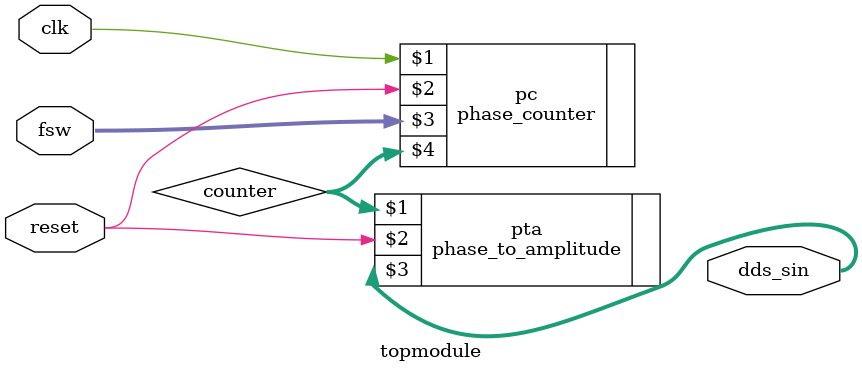
<source format=v>
`timescale 1ns / 1ps

module topmodule(clk,
        		 reset,
                 fsw,
                 dds_sin);
                 
        input clk;
        input reset;
        input [9:0] fsw;
        
        output [9:0] dds_sin;

                 
        wire [9:0] counter;
  
        phase_counter pc(clk,reset,fsw,counter);

        phase_to_amplitude pta(counter,reset,dds_sin);

endmodule

</source>
